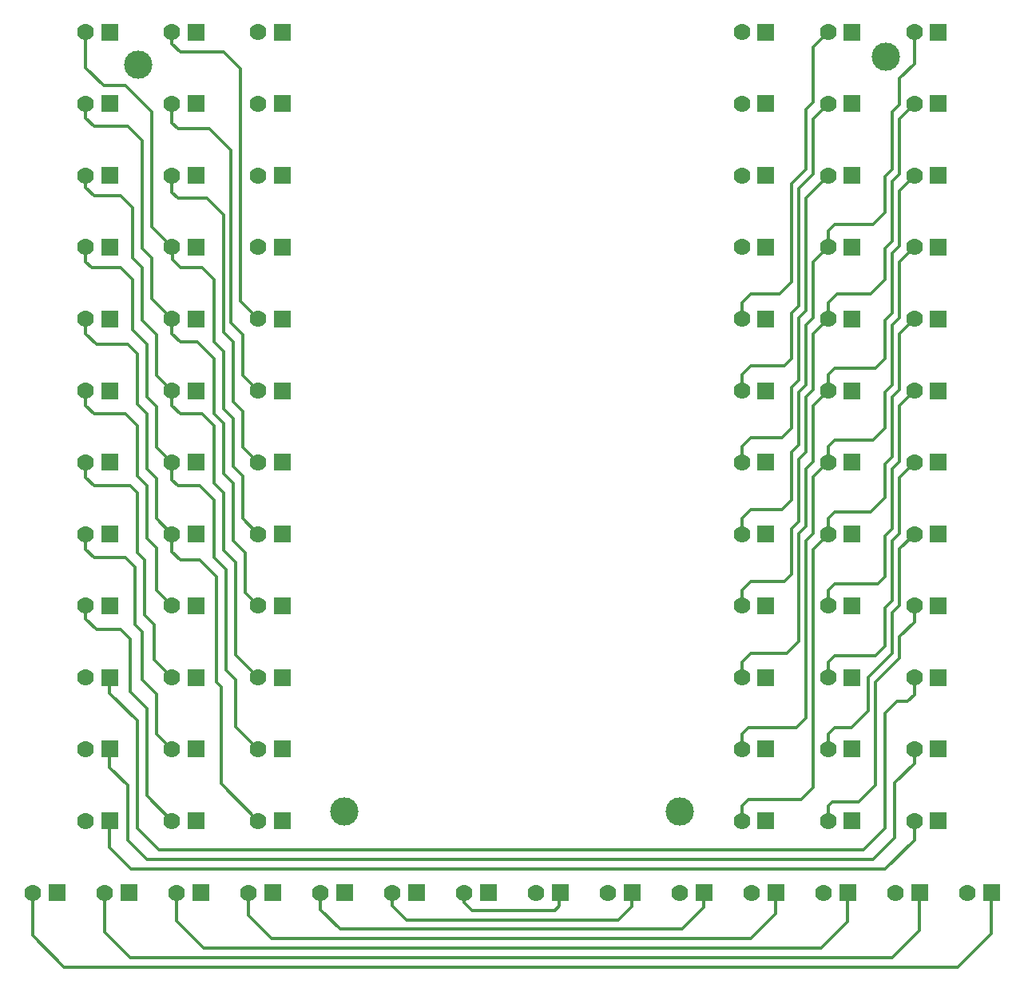
<source format=gbr>
G04 start of page 4 for group 7 layer_idx 4 *
G04 Title: liplight-art, Intern *
G04 Creator: pcb-rnd 2.0.0 *
G04 CreationDate: 2018-08-04 21:30:55 UTC *
G04 For:  *
G04 Format: Gerber/RS-274X *
G04 PCB-Dimensions: 506299 506299 *
G04 PCB-Coordinate-Origin: lower left *
%MOIN*%
%FSLAX25Y25*%
%LNGROUP7*%
%ADD26C,0.0280*%
%ADD25C,0.0988*%
%ADD24C,0.0700*%
%ADD23C,0.0001*%
%ADD22C,0.1181*%
%ADD21C,0.0118*%
G54D21*X104409Y441732D02*Y426890D01*
X112000Y419299D01*
X104409Y411811D02*Y405890D01*
X140394Y441732D02*Y436906D01*
X144000Y433299D01*
X162000D01*
X169000Y426299D01*
X104409Y405890D02*X108000Y402299D01*
X122000D01*
X121000Y419299D02*X121000Y419299D01*
X121000Y419299D02*X132000Y408299D01*
X112000Y419299D02*X121000D01*
X460315Y172441D02*Y170984D01*
X450315Y202362D02*Y195614D01*
X444000Y189299D01*
Y180299D01*
X414331Y112598D02*Y118630D01*
X416000Y120299D01*
X378346Y112598D02*Y118646D01*
X381000Y121299D01*
X403000D01*
X441000Y199299D02*Y182299D01*
X431000Y172299D01*
X444000Y180299D02*X434000Y170299D01*
X431000Y172299D02*Y158299D01*
X434000Y170299D02*Y127299D01*
X438000Y157299D02*X443000Y162299D01*
X447500D02*X443000D01*
X450315Y136614D02*X442000Y128299D01*
X460315Y112598D02*Y112283D01*
Y112598D02*Y111614D01*
X442000Y105299D02*X433000Y96299D01*
X429000Y100299D02*X438000Y109299D01*
Y157299D01*
X442000Y105299D02*Y128299D01*
X450315Y112598D02*Y104614D01*
Y172441D02*Y165114D01*
X447500Y162299D01*
X450315Y142520D02*Y136614D01*
X403000Y121299D02*X408000Y126299D01*
X434000Y127299D02*X427000Y120299D01*
X416000D02*X427000D01*
X378346Y172441D02*Y178646D01*
X382000Y182299D01*
X397000D01*
X402000Y187299D01*
X382000Y212299D02*X396000D01*
X399000Y215299D01*
X378346Y142520D02*Y148646D01*
X382000Y242299D02*X395000D01*
X399000Y246299D01*
X382000Y272299D02*X395000D01*
X382000Y302299D02*X396000D01*
X399000Y305299D01*
X382000Y332299D02*X394000D01*
X399000Y337299D01*
X395000Y272299D02*X399000Y276299D01*
X378346Y208646D02*X382000Y212299D01*
X378346Y232283D02*Y238646D01*
X382000Y242299D01*
X378346Y262205D02*Y268646D01*
X382000Y272299D01*
X378346Y148646D02*X381000Y151299D01*
X378346Y202362D02*Y208646D01*
Y292126D02*Y298646D01*
X382000Y302299D01*
X378346Y322047D02*Y328646D01*
X382000Y332299D01*
X381000Y151299D02*X401000D01*
X405000Y155299D01*
X431000Y158299D02*X424000Y151299D01*
X417000D02*X424000D01*
X414331Y202362D02*Y208630D01*
X417000Y211299D01*
X414331Y232283D02*Y238630D01*
X417000Y241299D01*
X414331Y142520D02*Y148630D01*
Y172441D02*Y178630D01*
X417000Y181299D01*
X414331Y262205D02*Y268630D01*
X417000Y271299D01*
X414331Y292126D02*Y298630D01*
Y322047D02*Y328630D01*
X418000Y332299D01*
X414331Y351969D02*Y358630D01*
X417000Y361299D01*
X414331Y298630D02*X417000Y301299D01*
X408000Y232299D02*Y255969D01*
X414331Y262299D01*
X405000Y235299D02*Y259299D01*
X408000Y262299D01*
X402000Y237299D02*Y263299D01*
X408000Y225953D02*X414331Y232283D01*
X405000Y229299D02*X408000Y232299D01*
X402000Y263299D02*X405000Y266299D01*
X399000Y246299D02*Y266299D01*
X402000Y269299D01*
X414331Y148630D02*X417000Y151299D01*
X408000Y126299D02*Y225953D01*
X405000Y155299D02*Y229299D01*
X402000Y187299D02*Y232299D01*
X399000Y215299D02*Y234299D01*
X402000Y237299D01*
Y232299D02*X405000Y235299D01*
Y289299D02*X408000Y292299D01*
Y315717D01*
X402000Y291299D02*X405000Y294299D01*
Y319299D01*
X402000Y296299D02*Y322299D01*
X405000Y325299D01*
X408000Y262299D02*Y285795D01*
X405000Y266299D02*Y289299D01*
X402000Y269299D02*Y291299D01*
X405000Y319299D02*X408000Y322299D01*
X399000Y324299D02*X402000Y327299D01*
X408000Y322299D02*Y345638D01*
X405000Y325299D02*Y372559D01*
X402000Y327299D02*Y376299D01*
X408000Y382299D01*
Y405480D01*
X399000Y378299D02*X405000Y384299D01*
X399000Y276299D02*Y293299D01*
Y305299D02*Y324299D01*
Y337299D02*Y378299D01*
Y293299D02*X402000Y296299D01*
X405000Y372559D02*X414331Y381890D01*
X408000Y405480D02*X414331Y411811D01*
X405000Y384299D02*Y409299D01*
X408000Y412299D01*
Y285795D02*X414331Y292126D01*
X408000Y315717D02*X414331Y322047D01*
X408000Y345638D02*X414331Y351969D01*
X408000Y412299D02*Y435402D01*
X414331Y441732D01*
X417000Y211299D02*X435000D01*
X438000Y214299D01*
X441000Y199299D02*X444000Y202299D01*
X417000Y181299D02*X434000D01*
X438000Y185299D01*
Y201299D01*
X441000Y204299D01*
X417000Y241299D02*X432000D01*
X438000Y247299D01*
X417000Y271299D02*X433000D01*
X417000Y301299D02*X434000D01*
X418000Y332299D02*X432000D01*
X417000Y361299D02*X433000D01*
Y271299D02*X438000Y276299D01*
X434000Y301299D02*X438000Y305299D01*
X432000Y332299D02*X438000Y338299D01*
X433000Y361299D02*X438000Y366299D01*
X444000Y232299D02*Y255890D01*
X450315Y262205D01*
X444000Y202299D02*Y225969D01*
X450315Y232283D01*
X441000Y204299D02*Y229299D01*
X444000Y232299D01*
X438000Y214299D02*Y231299D01*
X441000Y234299D01*
X438000Y276299D02*Y291299D01*
X441000Y294299D01*
X438000Y305299D02*Y321299D01*
X441000Y324299D01*
Y234299D02*Y259299D01*
X438000Y247299D02*Y261299D01*
X441000Y264299D01*
X438000Y338299D02*Y351299D01*
X441000Y354299D01*
X438000Y366299D02*Y381299D01*
X441000Y384299D01*
Y259299D02*X444000Y262299D01*
Y292299D02*Y315732D01*
X450315Y322047D01*
X441000Y294299D02*Y319299D01*
X444000Y262299D02*Y285811D01*
X450315Y292126D01*
X441000Y264299D02*Y289299D01*
X444000Y292299D01*
X441000Y319299D02*X444000Y322299D01*
Y345654D01*
Y352299D02*Y375575D01*
Y382299D02*Y405496D01*
Y411299D02*Y422299D01*
Y375575D02*X450315Y381890D01*
X441000Y379299D02*X444000Y382299D01*
Y405496D02*X450315Y411811D01*
X441000Y384299D02*Y408299D01*
X444000Y411299D01*
Y345654D02*X450315Y351969D01*
X441000Y349299D02*X444000Y352299D01*
X441000Y354299D02*Y379299D01*
X450315Y441732D02*Y428614D01*
X444000Y422299D01*
X441000Y324299D02*Y349299D01*
X169000Y426299D02*Y329425D01*
X165000Y392299D02*Y320299D01*
X162000Y365299D02*Y316299D01*
X166000Y312299D01*
X169000Y329425D02*X176378Y322047D01*
X165000Y320299D02*X170000Y315299D01*
Y298504D01*
X176378Y292126D01*
X166000Y312299D02*Y287299D01*
X170000Y283299D01*
Y268583D01*
X176378Y262205D01*
X170000Y238661D02*X176378Y232283D01*
X162000Y225299D02*Y249299D01*
X158000Y246299D02*Y222299D01*
X162000Y249299D02*X158000Y253299D01*
Y277299D01*
X166000Y229299D02*X171000Y224299D01*
X162000Y225299D02*X167000Y220299D01*
X158000Y222299D02*X163000Y217299D01*
X158000Y277299D02*X153000Y282299D01*
X162000Y278299D02*X158000Y282299D01*
X166000Y229299D02*Y253299D01*
X170000Y238661D02*Y256299D01*
X166000Y260299D01*
Y253299D02*X162000Y257299D01*
Y278299D01*
X166000Y260299D02*Y280299D01*
X162000Y284299D01*
X171000Y224299D02*Y207740D01*
X176378Y202362D01*
X167000Y220299D02*X167000Y181819D01*
X163000Y217299D02*Y175299D01*
X167000Y181819D02*X176378Y172441D01*
X163000Y175299D02*X167000Y171299D01*
Y151898D01*
X176378Y142520D01*
X130000Y122992D02*Y159299D01*
X114409Y142520D02*Y134890D01*
X122000Y127299D02*X114409Y134890D01*
Y172441D02*Y165890D01*
X126000Y154299D02*X114409Y165890D01*
X159000Y170299D02*X161000Y168299D01*
Y127976D01*
X159000Y214299D02*Y170299D01*
X161000Y127976D02*X176378Y112598D01*
X114409D02*Y101390D01*
X152559Y82402D02*X152362Y82598D01*
X112362D02*Y66181D01*
X123031Y55512D01*
X142362Y82598D02*Y70630D01*
X92520Y82441D02*X92362Y82598D01*
X82362D02*Y64685D01*
X95472Y51575D01*
X142362Y70630D02*X153543Y59449D01*
X172362Y82598D02*Y73110D01*
X182087Y63386D01*
X202362Y82598D02*Y75591D01*
X210630Y67323D01*
X232362Y82598D02*Y77087D01*
X238189Y71260D01*
X433000Y96299D02*X130000D01*
X135000Y100299D02*X429000D01*
X262362Y82598D02*Y78583D01*
X265748Y75197D01*
X302165Y77165D02*Y82402D01*
X302362Y82598D01*
X265748Y75197D02*X300197D01*
X302165Y77165D01*
X238189Y71260D02*X326772D01*
X332362Y82598D02*Y76850D01*
X326772Y71260D01*
X362362Y82598D02*Y76339D01*
X392362Y82598D02*Y73858D01*
X210630Y67323D02*X353346D01*
X153543Y59449D02*X411417D01*
X381890Y63386D02*X182087D01*
X422362Y82598D02*Y70394D01*
X411417Y59449D01*
X392362Y73858D02*X381890Y63386D01*
X362362Y76339D02*X353346Y67323D01*
X123500Y92299D02*X124500Y92299D01*
X433000Y92299D01*
X433000Y92299D02*X433000Y92299D01*
X114409Y101390D02*X123500Y92299D01*
X95472Y51575D02*X468504D01*
X440945Y55512D02*X123031D01*
X468504Y51575D02*X482283Y65354D01*
X452362Y66929D02*X440945Y55512D01*
X482283Y65354D02*Y82520D01*
X482362Y82598D01*
X452362D02*Y66929D01*
X472441Y82677D02*X472362Y82598D01*
X450315Y104614D02*X438000Y92299D01*
X433000D01*
X140394Y411811D02*Y403906D01*
Y232283D02*Y224906D01*
X144000Y221299D01*
X140394Y381890D02*Y374906D01*
X143000Y372299D01*
X128000Y396299D02*Y351299D01*
X132000Y360362D02*Y408299D01*
X143000Y372299D02*X155000D01*
X162000Y365299D01*
X132000Y360362D02*X140394Y351969D01*
X128000Y351299D02*X132000Y347299D01*
X124000Y347299D02*X128000Y343299D01*
X140531Y351831D02*Y346768D01*
X144000Y343299D01*
X153000D01*
X158000Y338299D01*
X158000Y312299D01*
X144000Y312299D02*X151000D01*
X158000Y312299D02*X162000Y308299D01*
X151000Y312299D02*X158000Y305299D01*
X162000Y308299D02*X162000Y284299D01*
X158000Y305299D02*Y282299D01*
X140394Y322047D02*Y315906D01*
Y292126D02*Y285906D01*
X144000Y282299D01*
X153000D01*
X126000Y307299D02*Y286299D01*
X130000Y282299D01*
X140394Y315906D02*X144000Y312299D01*
X132000Y347299D02*Y330441D01*
X128000Y343299D02*X128000Y321299D01*
X134000Y315299D01*
Y298520D01*
X124000Y317299D02*X130000Y311299D01*
Y289299D01*
X134000Y285299D01*
Y268598D01*
Y165299D02*Y148913D01*
X130000Y282299D02*Y259299D01*
X134000Y255299D01*
X126000Y256299D02*X130000Y252299D01*
X126000Y277299D02*Y256299D01*
Y249299D02*Y224299D01*
X129000Y221299D01*
X125000Y218299D02*Y194299D01*
X128000Y191299D01*
X123000Y188299D02*Y166299D01*
X130000Y159299D01*
X128000Y171299D02*X134000Y165299D01*
X130000Y96299D02*X122000Y104299D01*
Y127299D01*
X126000Y154299D02*Y109299D01*
X135000Y100299D01*
X132000Y330441D02*X140394Y322047D01*
X134000Y298520D02*X140394Y292126D01*
X134000Y268598D02*X140394Y262205D01*
Y254906D01*
X143000Y252299D01*
X152000D01*
X158000Y246299D01*
X144000Y221299D02*X152000D01*
X159000Y214299D01*
X134000Y255299D02*Y238677D01*
X130000Y252299D02*Y230299D01*
X134000Y226299D01*
Y208756D01*
X129000Y221299D02*Y198299D01*
X133000Y194299D01*
Y179835D01*
X128000Y191299D02*Y171299D01*
X134000Y238677D02*X140394Y232283D01*
X134000Y208756D02*X140394Y202362D01*
X133000Y179835D02*X140394Y172441D01*
X134000Y148913D02*X140394Y142520D01*
Y112598D02*X130000Y122992D01*
X124000Y368299D02*Y347299D01*
Y338299D02*Y317299D01*
X122000Y402299D02*X128000Y396299D01*
X104409Y381890D02*Y376890D01*
X108000Y373299D01*
X119000D01*
X140394Y403906D02*X143000Y401299D01*
X156000D01*
X165000Y392299D01*
X119000Y373299D02*X124000Y368299D01*
X104409Y351969D02*Y345890D01*
Y322047D02*Y315890D01*
X109000Y311299D01*
X104409Y292126D02*Y285890D01*
X108000Y282299D01*
X104409Y262205D02*Y255890D01*
X108000Y252299D01*
X104409Y232283D02*Y225890D01*
X108000Y222299D01*
X104409Y202362D02*Y196890D01*
X109000Y192299D01*
X104409Y345890D02*X107000Y343299D01*
X119000D01*
X124000Y338299D01*
X109000Y311299D02*X122000D01*
X126000Y307299D01*
X108000Y282299D02*X121000D01*
X126000Y277299D01*
X108000Y252299D02*X123000D01*
X126000Y249299D01*
X108000Y222299D02*X121000D01*
X125000Y218299D01*
X109000Y192299D02*X119000D01*
X123000Y188299D01*
G54D22*X126378Y428268D03*
G54D23*G36*
X110909Y445232D02*X117909D01*
Y438232D01*
X110909D01*
Y445232D01*
G37*
G54D24*X104409Y441732D03*
X140394Y411811D03*
G54D23*G36*
X110909Y415311D02*X117909D01*
Y408311D01*
X110909D01*
Y415311D01*
G37*
G54D24*X104409Y411811D03*
G54D23*G36*
X146894Y415311D02*X153894D01*
Y408311D01*
X146894D01*
Y415311D01*
G37*
G36*
X182878D02*X189878D01*
Y408311D01*
X182878D01*
Y415311D01*
G37*
G54D24*X176378Y411811D03*
G54D23*G36*
X146894Y445232D02*X153894D01*
Y438232D01*
X146894D01*
Y445232D01*
G37*
G54D24*X140394Y441732D03*
G54D23*G36*
X182878Y445232D02*X189878D01*
Y438232D01*
X182878D01*
Y445232D01*
G37*
G54D24*X176378Y441732D03*
G54D23*G36*
X88862Y86098D02*X95862D01*
Y79098D01*
X88862D01*
Y86098D01*
G37*
G54D24*X82362Y82598D03*
G54D23*G36*
X118862Y86098D02*X125862D01*
Y79098D01*
X118862D01*
Y86098D01*
G37*
G54D24*X112362Y82598D03*
X142362D03*
G54D22*X212362Y116614D03*
G54D23*G36*
X182878Y116098D02*X189878D01*
Y109098D01*
X182878D01*
Y116098D01*
G37*
G54D24*X176378Y112598D03*
G54D23*G36*
X148862Y86098D02*X155862D01*
Y79098D01*
X148862D01*
Y86098D01*
G37*
G36*
X178862D02*X185862D01*
Y79098D01*
X178862D01*
Y86098D01*
G37*
G54D24*X172362Y82598D03*
G54D23*G36*
X208862Y86098D02*X215862D01*
Y79098D01*
X208862D01*
Y86098D01*
G37*
G54D24*X202362Y82598D03*
G54D23*G36*
X146894Y116098D02*X153894D01*
Y109098D01*
X146894D01*
Y116098D01*
G37*
G54D24*X140394Y112598D03*
G54D23*G36*
X110909Y116098D02*X117909D01*
Y109098D01*
X110909D01*
Y116098D01*
G37*
G54D24*X104409Y112598D03*
G54D23*G36*
X238862Y86098D02*X245862D01*
Y79098D01*
X238862D01*
Y86098D01*
G37*
G36*
X268862D02*X275862D01*
Y79098D01*
X268862D01*
Y86098D01*
G37*
G54D24*X262362Y82598D03*
G54D23*G36*
X298862Y86098D02*X305862D01*
Y79098D01*
X298862D01*
Y86098D01*
G37*
G54D24*X292362Y82598D03*
X232362D03*
G54D23*G36*
X146894Y205862D02*X153894D01*
Y198862D01*
X146894D01*
Y205862D01*
G37*
G54D24*X140394Y202362D03*
G54D23*G36*
X146894Y175941D02*X153894D01*
Y168941D01*
X146894D01*
Y175941D01*
G37*
G54D24*X140394Y172441D03*
G54D23*G36*
X110909Y146020D02*X117909D01*
Y139020D01*
X110909D01*
Y146020D01*
G37*
G36*
X146894D02*X153894D01*
Y139020D01*
X146894D01*
Y146020D01*
G37*
G54D24*X140394Y142520D03*
G54D23*G36*
X146894Y235783D02*X153894D01*
Y228783D01*
X146894D01*
Y235783D01*
G37*
G54D24*X140394Y232283D03*
G54D23*G36*
X146894Y355469D02*X153894D01*
Y348469D01*
X146894D01*
Y355469D01*
G37*
G36*
Y385390D02*X153894D01*
Y378390D01*
X146894D01*
Y385390D01*
G37*
G36*
Y265705D02*X153894D01*
Y258705D01*
X146894D01*
Y265705D01*
G37*
G36*
Y295626D02*X153894D01*
Y288626D01*
X146894D01*
Y295626D01*
G37*
G36*
Y325547D02*X153894D01*
Y318547D01*
X146894D01*
Y325547D01*
G37*
G54D24*X140394Y351969D03*
Y381890D03*
Y262205D03*
Y292126D03*
Y322047D03*
G54D23*G36*
X182878Y205862D02*X189878D01*
Y198862D01*
X182878D01*
Y205862D01*
G37*
G54D24*X176378Y202362D03*
X104409Y142520D03*
G54D23*G36*
X182878Y146020D02*X189878D01*
Y139020D01*
X182878D01*
Y146020D01*
G37*
G54D24*X176378Y142520D03*
G54D23*G36*
X182878Y175941D02*X189878D01*
Y168941D01*
X182878D01*
Y175941D01*
G37*
G54D24*X176378Y172441D03*
G54D23*G36*
X182878Y235783D02*X189878D01*
Y228783D01*
X182878D01*
Y235783D01*
G37*
G54D24*X176378Y232283D03*
G54D23*G36*
X182878Y355469D02*X189878D01*
Y348469D01*
X182878D01*
Y355469D01*
G37*
G36*
Y385390D02*X189878D01*
Y378390D01*
X182878D01*
Y385390D01*
G37*
G36*
Y265705D02*X189878D01*
Y258705D01*
X182878D01*
Y265705D01*
G37*
G36*
Y295626D02*X189878D01*
Y288626D01*
X182878D01*
Y295626D01*
G37*
G36*
Y325547D02*X189878D01*
Y318547D01*
X182878D01*
Y325547D01*
G37*
G54D24*X176378Y351969D03*
Y381890D03*
Y262205D03*
Y292126D03*
Y322047D03*
G54D23*G36*
X110909Y265705D02*X117909D01*
Y258705D01*
X110909D01*
Y265705D01*
G37*
G36*
Y295626D02*X117909D01*
Y288626D01*
X110909D01*
Y295626D01*
G37*
G36*
Y325547D02*X117909D01*
Y318547D01*
X110909D01*
Y325547D01*
G37*
G36*
Y355469D02*X117909D01*
Y348469D01*
X110909D01*
Y355469D01*
G37*
G36*
Y175941D02*X117909D01*
Y168941D01*
X110909D01*
Y175941D01*
G37*
G36*
Y205862D02*X117909D01*
Y198862D01*
X110909D01*
Y205862D01*
G37*
G36*
Y235783D02*X117909D01*
Y228783D01*
X110909D01*
Y235783D01*
G37*
G36*
Y385390D02*X117909D01*
Y378390D01*
X110909D01*
Y385390D01*
G37*
G54D24*X104409Y262205D03*
Y292126D03*
Y322047D03*
Y351969D03*
Y172441D03*
Y202362D03*
Y232283D03*
Y381890D03*
G54D23*G36*
X420831Y445232D02*X427831D01*
Y438232D01*
X420831D01*
Y445232D01*
G37*
G54D24*X414331Y441732D03*
G54D22*X438307Y431535D03*
G54D23*G36*
X456815Y445232D02*X463815D01*
Y438232D01*
X456815D01*
Y445232D01*
G37*
G54D24*X450315Y441732D03*
G54D23*G36*
X420831Y325547D02*X427831D01*
Y318547D01*
X420831D01*
Y325547D01*
G37*
G54D24*X414331Y322047D03*
G54D23*G36*
X420831Y355469D02*X427831D01*
Y348469D01*
X420831D01*
Y355469D01*
G37*
G54D24*X414331Y351969D03*
G54D23*G36*
X456815Y415311D02*X463815D01*
Y408311D01*
X456815D01*
Y415311D01*
G37*
G54D24*X450315Y411811D03*
G54D23*G36*
X456815Y385390D02*X463815D01*
Y378390D01*
X456815D01*
Y385390D01*
G37*
G54D24*X450315Y381890D03*
G54D23*G36*
X420831Y415311D02*X427831D01*
Y408311D01*
X420831D01*
Y415311D01*
G37*
G54D24*X414331Y411811D03*
G54D23*G36*
X420831Y385390D02*X427831D01*
Y378390D01*
X420831D01*
Y385390D01*
G37*
G54D24*X414331Y381890D03*
G54D22*X352362Y116614D03*
G54D23*G36*
X384846Y116098D02*X391846D01*
Y109098D01*
X384846D01*
Y116098D01*
G37*
G54D24*X378346Y112598D03*
X442362Y82598D03*
G54D23*G36*
X418862Y86098D02*X425862D01*
Y79098D01*
X418862D01*
Y86098D01*
G37*
G54D24*X412362Y82598D03*
G54D23*G36*
X388862Y86098D02*X395862D01*
Y79098D01*
X388862D01*
Y86098D01*
G37*
G36*
X448862D02*X455862D01*
Y79098D01*
X448862D01*
Y86098D01*
G37*
G36*
X478862D02*X485862D01*
Y79098D01*
X478862D01*
Y86098D01*
G37*
G54D24*X472362Y82598D03*
X382362D03*
G54D23*G36*
X456815Y116098D02*X463815D01*
Y109098D01*
X456815D01*
Y116098D01*
G37*
G54D24*X450315Y112598D03*
G54D23*G36*
X420831Y116098D02*X427831D01*
Y109098D01*
X420831D01*
Y116098D01*
G37*
G54D24*X414331Y112598D03*
G54D23*G36*
X328862Y86098D02*X335862D01*
Y79098D01*
X328862D01*
Y86098D01*
G37*
G36*
X358862D02*X365862D01*
Y79098D01*
X358862D01*
Y86098D01*
G37*
G54D24*X352362Y82598D03*
X322362D03*
G54D23*G36*
X384846Y146020D02*X391846D01*
Y139020D01*
X384846D01*
Y146020D01*
G37*
G54D24*X414331Y172441D03*
G54D23*G36*
X420831Y146020D02*X427831D01*
Y139020D01*
X420831D01*
Y146020D01*
G37*
G54D24*X414331Y142520D03*
G54D23*G36*
X420831Y175941D02*X427831D01*
Y168941D01*
X420831D01*
Y175941D01*
G37*
G54D24*X450315Y172441D03*
G54D23*G36*
X456815Y205862D02*X463815D01*
Y198862D01*
X456815D01*
Y205862D01*
G37*
G54D24*X450315Y202362D03*
G54D23*G36*
X456815Y146020D02*X463815D01*
Y139020D01*
X456815D01*
Y146020D01*
G37*
G54D24*X450315Y142520D03*
G54D23*G36*
X456815Y175941D02*X463815D01*
Y168941D01*
X456815D01*
Y175941D01*
G37*
G36*
Y235783D02*X463815D01*
Y228783D01*
X456815D01*
Y235783D01*
G37*
G36*
X420831D02*X427831D01*
Y228783D01*
X420831D01*
Y235783D01*
G37*
G54D24*X414331Y232283D03*
G54D23*G36*
X420831Y265705D02*X427831D01*
Y258705D01*
X420831D01*
Y265705D01*
G37*
G54D24*X414331Y262205D03*
G54D23*G36*
X420831Y205862D02*X427831D01*
Y198862D01*
X420831D01*
Y205862D01*
G37*
G54D24*X414331Y202362D03*
X450315Y232283D03*
G54D23*G36*
X420831Y295626D02*X427831D01*
Y288626D01*
X420831D01*
Y295626D01*
G37*
G54D24*X414331Y292126D03*
G54D23*G36*
X456815Y265705D02*X463815D01*
Y258705D01*
X456815D01*
Y265705D01*
G37*
G36*
Y295626D02*X463815D01*
Y288626D01*
X456815D01*
Y295626D01*
G37*
G36*
Y325547D02*X463815D01*
Y318547D01*
X456815D01*
Y325547D01*
G37*
G36*
Y355469D02*X463815D01*
Y348469D01*
X456815D01*
Y355469D01*
G37*
G54D24*X450315Y262205D03*
Y292126D03*
Y322047D03*
Y351969D03*
X378346Y142520D03*
G54D23*G36*
X384846Y265705D02*X391846D01*
Y258705D01*
X384846D01*
Y265705D01*
G37*
G36*
Y295626D02*X391846D01*
Y288626D01*
X384846D01*
Y295626D01*
G37*
G36*
Y325547D02*X391846D01*
Y318547D01*
X384846D01*
Y325547D01*
G37*
G36*
Y355469D02*X391846D01*
Y348469D01*
X384846D01*
Y355469D01*
G37*
G36*
Y175941D02*X391846D01*
Y168941D01*
X384846D01*
Y175941D01*
G37*
G36*
Y205862D02*X391846D01*
Y198862D01*
X384846D01*
Y205862D01*
G37*
G36*
Y235783D02*X391846D01*
Y228783D01*
X384846D01*
Y235783D01*
G37*
G36*
Y385390D02*X391846D01*
Y378390D01*
X384846D01*
Y385390D01*
G37*
G36*
Y415311D02*X391846D01*
Y408311D01*
X384846D01*
Y415311D01*
G37*
G36*
Y445232D02*X391846D01*
Y438232D01*
X384846D01*
Y445232D01*
G37*
G54D24*X378346Y262205D03*
Y292126D03*
Y322047D03*
Y351969D03*
Y172441D03*
Y202362D03*
Y232283D03*
Y381890D03*
Y411811D03*
Y441732D03*
G54D25*G54D26*G54D25*G54D26*G54D25*G54D26*G54D25*G54D26*M02*

</source>
